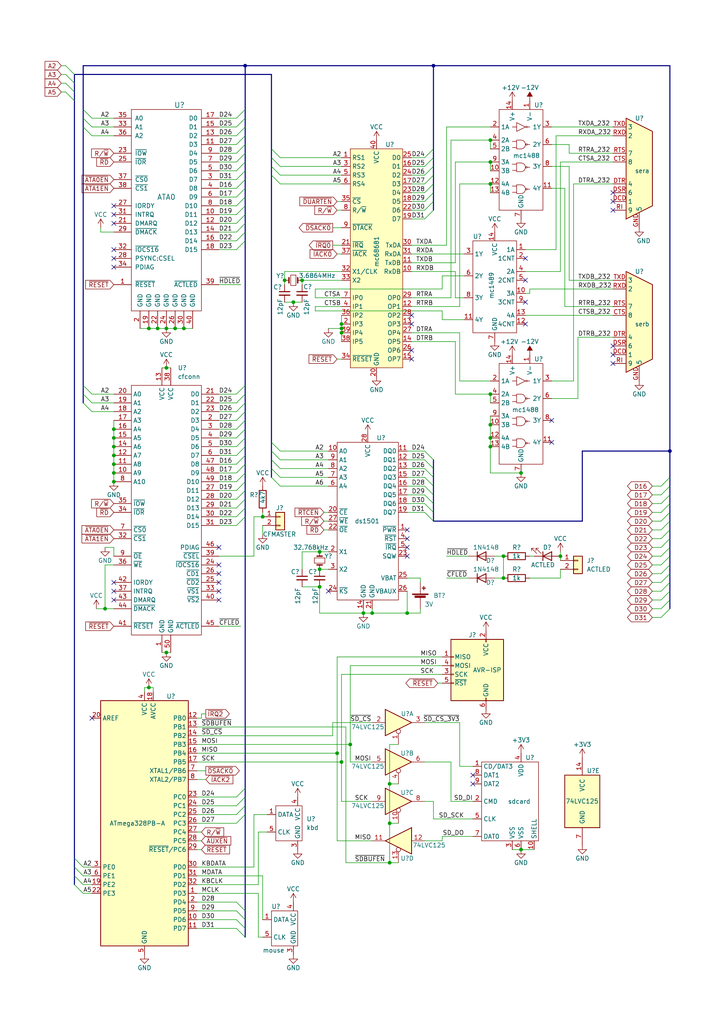
<source format=kicad_sch>
(kicad_sch (version 20211123) (generator eeschema)
  (paper "A4" portrait)
  (title_block (title "68030 computer") (date "2022-02-04") (rev "1") (comment 1 "https://github.com/jtsiomb/m68kcomputer2") (comment 2 "Free hardware design - GNU General Public License v3") (comment 3 "Copyright (C) 2022 John Tsiombikas <nuclear@member.fsf.org>"))
  (junction (at 48.26 189.23))
  (junction (at 82.55 81.28))
  (junction (at 142.24 46.99))
  (junction (at 45.72 95.25))
  (junction (at 92.71 165.1))
  (junction (at 92.71 170.18))
  (junction (at 30.48 176.53))
  (junction (at 142.24 127))
  (junction (at 33.02 137.16))
  (junction (at 33.02 134.62))
  (junction (at 142.24 53.34))
  (junction (at 142.24 40.64))
  (junction (at 48.26 95.25))
  (junction (at 118.11 177.8))
  (junction (at 92.71 160.02))
  (junction (at 33.02 139.7))
  (junction (at 33.02 129.54))
  (junction (at 99.06 220.98))
  (junction (at 99.06 93.98))
  (junction (at 142.24 114.3))
  (junction (at 142.24 123.19))
  (junction (at 48.26 106.68))
  (junction (at 85.09 87.63))
  (junction (at 43.18 199.39))
  (junction (at 33.02 127))
  (junction (at 43.18 95.25))
  (junction (at 99.06 95.25))
  (junction (at 142.24 129.54))
  (junction (at 146.05 167.64))
  (junction (at 162.56 161.29))
  (junction (at 87.63 81.28))
  (junction (at 53.34 95.25))
  (junction (at 97.79 218.44))
  (junction (at 151.13 246.38))
  (junction (at 99.06 96.52))
  (junction (at 33.02 132.08))
  (junction (at 125.73 19.05))
  (junction (at 194.31 130.81))
  (junction (at 146.05 161.29))
  (junction (at 50.8 95.25))
  (junction (at 107.95 177.8))
  (junction (at 113.03 238.76))
  (junction (at 71.12 19.05))
  (junction (at 113.03 250.19))
  (junction (at 113.03 227.33))
  (junction (at 76.2 149.86))
  (junction (at 105.41 177.8))
  (junction (at 151.13 137.16))
  (junction (at 101.6 215.9))
  (junction (at 33.02 124.46))
  (no_connect (at 177.8 100.33))
  (no_connect (at 33.02 168.91))
  (no_connect (at 177.8 60.96))
  (no_connect (at 137.16 227.33))
  (no_connect (at 33.02 59.69))
  (no_connect (at 119.38 91.44))
  (no_connect (at 63.5 158.75))
  (no_connect (at 63.5 168.91))
  (no_connect (at 160.02 128.27))
  (no_connect (at 95.25 171.45))
  (no_connect (at 152.4 87.63))
  (no_connect (at 33.02 64.77))
  (no_connect (at 33.02 77.47))
  (no_connect (at 152.4 81.28))
  (no_connect (at 63.5 163.83))
  (no_connect (at 63.5 173.99))
  (no_connect (at 63.5 171.45))
  (no_connect (at 33.02 62.23))
  (no_connect (at 33.02 74.93))
  (no_connect (at 118.11 153.67))
  (no_connect (at 177.8 102.87))
  (no_connect (at 177.8 58.42))
  (no_connect (at 152.4 74.93))
  (no_connect (at 118.11 158.75))
  (no_connect (at 177.8 105.41))
  (no_connect (at 63.5 166.37))
  (no_connect (at 119.38 93.98))
  (no_connect (at 118.11 161.29))
  (no_connect (at 119.38 101.6))
  (no_connect (at 152.4 93.98))
  (no_connect (at 137.16 224.79))
  (no_connect (at 177.8 55.88))
  (no_connect (at 118.11 156.21))
  (no_connect (at 26.67 208.28))
  (no_connect (at 119.38 104.14))
  (no_connect (at 33.02 72.39))
  (no_connect (at 160.02 121.92))
  (no_connect (at 33.02 171.45))
  (no_connect (at 33.02 173.99))
  (bus_entry (at 123.19 140.97) (size 2.54 2.54))
  (bus_entry (at 68.58 34.29) (size 2.54 -2.54))
  (bus_entry (at 19.05 26.67) (size 2.54 2.54))
  (bus_entry (at 68.58 52.07) (size 2.54 -2.54))
  (bus_entry (at 123.19 53.34) (size 2.54 -2.54))
  (bus_entry (at 24.13 116.84) (size 2.54 2.54))
  (bus_entry (at 123.19 133.35) (size 2.54 2.54))
  (bus_entry (at 68.58 36.83) (size 2.54 -2.54))
  (bus_entry (at 191.77 171.45) (size 2.54 -2.54))
  (bus_entry (at 68.58 144.78) (size 2.54 -2.54))
  (bus_entry (at 68.58 149.86) (size 2.54 -2.54))
  (bus_entry (at 68.58 238.76) (size 2.54 -2.54))
  (bus_entry (at 191.77 153.67) (size 2.54 -2.54))
  (bus_entry (at 68.58 152.4) (size 2.54 -2.54))
  (bus_entry (at 191.77 151.13) (size 2.54 -2.54))
  (bus_entry (at 21.59 254) (size 2.54 2.54))
  (bus_entry (at 78.74 138.43) (size 2.54 2.54))
  (bus_entry (at 68.58 261.62) (size 2.54 2.54))
  (bus_entry (at 68.58 269.24) (size 2.54 2.54))
  (bus_entry (at 123.19 50.8) (size 2.54 -2.54))
  (bus_entry (at 19.05 24.13) (size 2.54 2.54))
  (bus_entry (at 68.58 132.08) (size 2.54 -2.54))
  (bus_entry (at 68.58 59.69) (size 2.54 -2.54))
  (bus_entry (at 68.58 41.91) (size 2.54 -2.54))
  (bus_entry (at 68.58 116.84) (size 2.54 -2.54))
  (bus_entry (at 68.58 264.16) (size 2.54 2.54))
  (bus_entry (at 78.74 45.72) (size 2.54 2.54))
  (bus_entry (at 191.77 166.37) (size 2.54 -2.54))
  (bus_entry (at 191.77 173.99) (size 2.54 -2.54))
  (bus_entry (at 191.77 179.07) (size 2.54 -2.54))
  (bus_entry (at 24.13 111.76) (size 2.54 2.54))
  (bus_entry (at 68.58 67.31) (size 2.54 -2.54))
  (bus_entry (at 68.58 137.16) (size 2.54 -2.54))
  (bus_entry (at 78.74 128.27) (size 2.54 2.54))
  (bus_entry (at 21.59 256.54) (size 2.54 2.54))
  (bus_entry (at 191.77 156.21) (size 2.54 -2.54))
  (bus_entry (at 191.77 168.91) (size 2.54 -2.54))
  (bus_entry (at 68.58 127) (size 2.54 -2.54))
  (bus_entry (at 123.19 60.96) (size 2.54 -2.54))
  (bus_entry (at 123.19 55.88) (size 2.54 -2.54))
  (bus_entry (at 123.19 63.5) (size 2.54 -2.54))
  (bus_entry (at 68.58 49.53) (size 2.54 -2.54))
  (bus_entry (at 191.77 143.51) (size 2.54 -2.54))
  (bus_entry (at 24.13 114.3) (size 2.54 2.54))
  (bus_entry (at 21.59 251.46) (size 2.54 2.54))
  (bus_entry (at 68.58 72.39) (size 2.54 -2.54))
  (bus_entry (at 191.77 148.59) (size 2.54 -2.54))
  (bus_entry (at 68.58 39.37) (size 2.54 -2.54))
  (bus_entry (at 123.19 135.89) (size 2.54 2.54))
  (bus_entry (at 68.58 266.7) (size 2.54 2.54))
  (bus_entry (at 68.58 139.7) (size 2.54 -2.54))
  (bus_entry (at 123.19 45.72) (size 2.54 -2.54))
  (bus_entry (at 78.74 48.26) (size 2.54 2.54))
  (bus_entry (at 19.05 21.59) (size 2.54 2.54))
  (bus_entry (at 78.74 133.35) (size 2.54 2.54))
  (bus_entry (at 68.58 119.38) (size 2.54 -2.54))
  (bus_entry (at 78.74 50.8) (size 2.54 2.54))
  (bus_entry (at 191.77 176.53) (size 2.54 -2.54))
  (bus_entry (at 191.77 161.29) (size 2.54 -2.54))
  (bus_entry (at 123.19 148.59) (size 2.54 2.54))
  (bus_entry (at 78.74 130.81) (size 2.54 2.54))
  (bus_entry (at 123.19 143.51) (size 2.54 2.54))
  (bus_entry (at 24.13 36.83) (size 2.54 2.54))
  (bus_entry (at 68.58 124.46) (size 2.54 -2.54))
  (bus_entry (at 68.58 62.23) (size 2.54 -2.54))
  (bus_entry (at 78.74 135.89) (size 2.54 2.54))
  (bus_entry (at 123.19 48.26) (size 2.54 -2.54))
  (bus_entry (at 68.58 134.62) (size 2.54 -2.54))
  (bus_entry (at 68.58 114.3) (size 2.54 -2.54))
  (bus_entry (at 68.58 231.14) (size 2.54 -2.54))
  (bus_entry (at 68.58 236.22) (size 2.54 -2.54))
  (bus_entry (at 68.58 46.99) (size 2.54 -2.54))
  (bus_entry (at 68.58 54.61) (size 2.54 -2.54))
  (bus_entry (at 68.58 129.54) (size 2.54 -2.54))
  (bus_entry (at 19.05 19.05) (size 2.54 2.54))
  (bus_entry (at 123.19 138.43) (size 2.54 2.54))
  (bus_entry (at 68.58 147.32) (size 2.54 -2.54))
  (bus_entry (at 123.19 130.81) (size 2.54 2.54))
  (bus_entry (at 68.58 44.45) (size 2.54 -2.54))
  (bus_entry (at 68.58 57.15) (size 2.54 -2.54))
  (bus_entry (at 191.77 146.05) (size 2.54 -2.54))
  (bus_entry (at 68.58 121.92) (size 2.54 -2.54))
  (bus_entry (at 68.58 142.24) (size 2.54 -2.54))
  (bus_entry (at 24.13 31.75) (size 2.54 2.54))
  (bus_entry (at 191.77 140.97) (size 2.54 -2.54))
  (bus_entry (at 68.58 233.68) (size 2.54 -2.54))
  (bus_entry (at 68.58 69.85) (size 2.54 -2.54))
  (bus_entry (at 123.19 146.05) (size 2.54 2.54))
  (bus_entry (at 24.13 34.29) (size 2.54 2.54))
  (bus_entry (at 68.58 64.77) (size 2.54 -2.54))
  (bus_entry (at 123.19 58.42) (size 2.54 -2.54))
  (bus_entry (at 21.59 248.92) (size 2.54 2.54))
  (bus_entry (at 191.77 163.83) (size 2.54 -2.54))
  (bus_entry (at 191.77 158.75) (size 2.54 -2.54))
  (bus_entry (at 78.74 43.18) (size 2.54 2.54))
  (wire (pts (xy 118.11 130.81) (xy 123.19 130.81)))
  (wire (pts (xy 160.02 36.83) (xy 177.8 36.83)))
  (wire (pts (xy 130.81 232.41) (xy 137.16 232.41)))
  (wire (pts (xy 81.28 138.43) (xy 95.25 138.43)))
  (wire (pts (xy 113.03 238.76) (xy 115.57 238.76)))
  (wire (pts (xy 33.02 158.75) (xy 33.02 161.29)))
  (bus (pts (xy 168.91 130.81) (xy 194.31 130.81)))
  (wire (pts (xy 189.23 179.07) (xy 191.77 179.07)))
  (wire (pts (xy 160.02 48.26) (xy 165.1 48.26)))
  (bus (pts (xy 194.31 143.51) (xy 194.31 146.05)))
  (wire (pts (xy 160.02 41.91) (xy 165.1 41.91)))
  (wire (pts (xy 57.15 264.16) (xy 68.58 264.16)))
  (bus (pts (xy 194.31 148.59) (xy 194.31 151.13)))
  (bus (pts (xy 71.12 142.24) (xy 71.12 144.78)))
  (wire (pts (xy 130.81 40.64) (xy 142.24 40.64)))
  (wire (pts (xy 113.03 250.19) (xy 115.57 250.19)))
  (wire (pts (xy 132.08 86.36) (xy 132.08 78.74)))
  (wire (pts (xy 41.91 200.66) (xy 41.91 199.39)))
  (wire (pts (xy 162.56 46.99) (xy 162.56 78.74)))
  (wire (pts (xy 142.24 137.16) (xy 151.13 137.16)))
  (wire (pts (xy 87.63 170.18) (xy 92.71 170.18)))
  (wire (pts (xy 101.6 193.04) (xy 101.6 215.9)))
  (wire (pts (xy 189.23 158.75) (xy 191.77 158.75)))
  (wire (pts (xy 57.15 246.38) (xy 58.42 246.38)))
  (wire (pts (xy 63.5 181.61) (xy 69.85 181.61)))
  (wire (pts (xy 113.03 227.33) (xy 115.57 227.33)))
  (wire (pts (xy 133.35 96.52) (xy 133.35 110.49)))
  (wire (pts (xy 133.35 53.34) (xy 142.24 53.34)))
  (wire (pts (xy 160.02 110.49) (xy 166.37 110.49)))
  (wire (pts (xy 30.48 158.75) (xy 33.02 158.75)))
  (wire (pts (xy 63.5 44.45) (xy 68.58 44.45)))
  (wire (pts (xy 57.15 256.54) (xy 74.93 256.54)))
  (wire (pts (xy 24.13 254) (xy 26.67 254)))
  (wire (pts (xy 63.5 67.31) (xy 68.58 67.31)))
  (wire (pts (xy 76.2 152.4) (xy 76.2 154.94)))
  (wire (pts (xy 97.79 243.84) (xy 107.95 243.84)))
  (wire (pts (xy 63.5 149.86) (xy 68.58 149.86)))
  (wire (pts (xy 97.79 218.44) (xy 97.79 243.84)))
  (wire (pts (xy 45.72 95.25) (xy 48.26 95.25)))
  (bus (pts (xy 125.73 58.42) (xy 125.73 55.88)))
  (bus (pts (xy 194.31 171.45) (xy 194.31 173.99)))
  (wire (pts (xy 63.5 137.16) (xy 68.58 137.16)))
  (wire (pts (xy 162.56 78.74) (xy 152.4 78.74)))
  (bus (pts (xy 194.31 163.83) (xy 194.31 166.37)))
  (wire (pts (xy 81.28 45.72) (xy 99.06 45.72)))
  (wire (pts (xy 63.5 144.78) (xy 68.58 144.78)))
  (bus (pts (xy 125.73 148.59) (xy 125.73 146.05)))
  (wire (pts (xy 123.19 209.55) (xy 133.35 209.55)))
  (wire (pts (xy 166.37 53.34) (xy 177.8 53.34)))
  (wire (pts (xy 153.67 167.64) (xy 162.56 167.64)))
  (wire (pts (xy 128.27 243.84) (xy 123.19 243.84)))
  (bus (pts (xy 71.12 228.6) (xy 71.12 231.14)))
  (wire (pts (xy 133.35 209.55) (xy 133.35 222.25)))
  (wire (pts (xy 91.44 83.82) (xy 91.44 86.36)))
  (wire (pts (xy 100.33 210.82) (xy 100.33 250.19)))
  (wire (pts (xy 95.25 95.25) (xy 99.06 95.25)))
  (wire (pts (xy 33.02 137.16) (xy 33.02 139.7)))
  (wire (pts (xy 132.08 78.74) (xy 119.38 78.74)))
  (bus (pts (xy 71.12 44.45) (xy 71.12 46.99)))
  (bus (pts (xy 194.31 130.81) (xy 194.31 138.43)))
  (wire (pts (xy 48.26 106.68) (xy 49.53 106.68)))
  (wire (pts (xy 119.38 88.9) (xy 133.35 88.9)))
  (wire (pts (xy 63.5 134.62) (xy 68.58 134.62)))
  (wire (pts (xy 99.06 93.98) (xy 99.06 95.25)))
  (wire (pts (xy 87.63 160.02) (xy 87.63 165.1)))
  (wire (pts (xy 57.15 261.62) (xy 68.58 261.62)))
  (bus (pts (xy 125.73 138.43) (xy 125.73 135.89)))
  (bus (pts (xy 71.12 119.38) (xy 71.12 121.92)))
  (wire (pts (xy 119.38 86.36) (xy 130.81 86.36)))
  (wire (pts (xy 24.13 251.46) (xy 26.67 251.46)))
  (wire (pts (xy 165.1 48.26) (xy 165.1 81.28)))
  (wire (pts (xy 41.91 199.39) (xy 43.18 199.39)))
  (wire (pts (xy 57.15 210.82) (xy 100.33 210.82)))
  (bus (pts (xy 194.31 19.05) (xy 125.73 19.05)))
  (wire (pts (xy 189.23 143.51) (xy 191.77 143.51)))
  (bus (pts (xy 71.12 57.15) (xy 71.12 59.69)))
  (wire (pts (xy 189.23 156.21) (xy 191.77 156.21)))
  (wire (pts (xy 129.54 161.29) (xy 135.89 161.29)))
  (bus (pts (xy 125.73 60.96) (xy 125.73 58.42)))
  (wire (pts (xy 142.24 53.34) (xy 142.24 55.88)))
  (bus (pts (xy 71.12 59.69) (xy 71.12 62.23)))
  (wire (pts (xy 99.06 220.98) (xy 99.06 232.41)))
  (wire (pts (xy 17.78 19.05) (xy 19.05 19.05)))
  (bus (pts (xy 78.74 48.26) (xy 78.74 50.8)))
  (wire (pts (xy 26.67 34.29) (xy 33.02 34.29)))
  (wire (pts (xy 189.23 163.83) (xy 191.77 163.83)))
  (bus (pts (xy 71.12 121.92) (xy 71.12 124.46)))
  (bus (pts (xy 71.12 49.53) (xy 71.12 52.07)))
  (wire (pts (xy 33.02 132.08) (xy 33.02 134.62)))
  (wire (pts (xy 63.5 114.3) (xy 68.58 114.3)))
  (wire (pts (xy 162.56 160.02) (xy 162.56 161.29)))
  (wire (pts (xy 128.27 198.12) (xy 127 198.12)))
  (wire (pts (xy 92.71 170.18) (xy 92.71 177.8)))
  (wire (pts (xy 33.02 67.31) (xy 29.21 67.31)))
  (bus (pts (xy 125.73 50.8) (xy 125.73 48.26)))
  (bus (pts (xy 21.59 254) (xy 21.59 251.46)))
  (wire (pts (xy 128.27 83.82) (xy 91.44 83.82)))
  (wire (pts (xy 63.5 142.24) (xy 68.58 142.24)))
  (bus (pts (xy 125.73 146.05) (xy 125.73 143.51)))
  (wire (pts (xy 129.54 71.12) (xy 129.54 36.83)))
  (wire (pts (xy 93.98 148.59) (xy 95.25 148.59)))
  (wire (pts (xy 81.28 140.97) (xy 95.25 140.97)))
  (bus (pts (xy 125.73 151.13) (xy 168.91 151.13)))
  (wire (pts (xy 132.08 46.99) (xy 142.24 46.99)))
  (wire (pts (xy 151.13 246.38) (xy 154.94 246.38)))
  (wire (pts (xy 26.67 116.84) (xy 33.02 116.84)))
  (wire (pts (xy 189.23 146.05) (xy 191.77 146.05)))
  (wire (pts (xy 63.5 129.54) (xy 68.58 129.54)))
  (wire (pts (xy 142.24 123.19) (xy 142.24 127)))
  (bus (pts (xy 194.31 161.29) (xy 194.31 163.83)))
  (bus (pts (xy 125.73 143.51) (xy 125.73 140.97)))
  (wire (pts (xy 125.73 232.41) (xy 125.73 237.49)))
  (wire (pts (xy 81.28 53.34) (xy 99.06 53.34)))
  (wire (pts (xy 142.24 120.65) (xy 142.24 123.19)))
  (wire (pts (xy 63.5 82.55) (xy 69.85 82.55)))
  (bus (pts (xy 194.31 158.75) (xy 194.31 161.29)))
  (bus (pts (xy 24.13 114.3) (xy 24.13 116.84)))
  (wire (pts (xy 96.52 213.36) (xy 96.52 209.55)))
  (wire (pts (xy 91.44 86.36) (xy 99.06 86.36)))
  (wire (pts (xy 81.28 48.26) (xy 99.06 48.26)))
  (bus (pts (xy 21.59 21.59) (xy 21.59 24.13)))
  (wire (pts (xy 133.35 222.25) (xy 137.16 222.25)))
  (bus (pts (xy 71.12 137.16) (xy 71.12 139.7)))
  (wire (pts (xy 134.62 80.01) (xy 128.27 80.01)))
  (wire (pts (xy 143.51 161.29) (xy 146.05 161.29)))
  (bus (pts (xy 24.13 34.29) (xy 24.13 36.83)))
  (wire (pts (xy 118.11 148.59) (xy 123.19 148.59)))
  (wire (pts (xy 46.99 106.68) (xy 48.26 106.68)))
  (wire (pts (xy 119.38 60.96) (xy 123.19 60.96)))
  (wire (pts (xy 121.92 176.53) (xy 121.92 177.8)))
  (wire (pts (xy 133.35 88.9) (xy 133.35 53.34)))
  (wire (pts (xy 167.64 115.57) (xy 167.64 97.79)))
  (wire (pts (xy 85.09 87.63) (xy 87.63 87.63)))
  (bus (pts (xy 71.12 67.31) (xy 71.12 69.85)))
  (bus (pts (xy 125.73 19.05) (xy 71.12 19.05)))
  (wire (pts (xy 105.41 177.8) (xy 107.95 177.8)))
  (wire (pts (xy 129.54 36.83) (xy 142.24 36.83)))
  (wire (pts (xy 189.23 151.13) (xy 191.77 151.13)))
  (wire (pts (xy 152.4 91.44) (xy 177.8 91.44)))
  (wire (pts (xy 63.5 119.38) (xy 68.58 119.38)))
  (bus (pts (xy 194.31 166.37) (xy 194.31 168.91)))
  (wire (pts (xy 24.13 259.08) (xy 26.67 259.08)))
  (wire (pts (xy 119.38 76.2) (xy 132.08 76.2)))
  (wire (pts (xy 189.23 153.67) (xy 191.77 153.67)))
  (wire (pts (xy 118.11 138.43) (xy 123.19 138.43)))
  (wire (pts (xy 57.15 218.44) (xy 97.79 218.44)))
  (wire (pts (xy 130.81 220.98) (xy 130.81 232.41)))
  (wire (pts (xy 99.06 96.52) (xy 99.06 99.06)))
  (wire (pts (xy 63.5 54.61) (xy 68.58 54.61)))
  (wire (pts (xy 189.23 148.59) (xy 191.77 148.59)))
  (wire (pts (xy 99.06 195.58) (xy 99.06 220.98)))
  (wire (pts (xy 148.59 246.38) (xy 151.13 246.38)))
  (bus (pts (xy 194.31 153.67) (xy 194.31 156.21)))
  (wire (pts (xy 165.1 81.28) (xy 177.8 81.28)))
  (wire (pts (xy 189.23 173.99) (xy 191.77 173.99)))
  (wire (pts (xy 165.1 44.45) (xy 177.8 44.45)))
  (wire (pts (xy 30.48 176.53) (xy 33.02 176.53)))
  (bus (pts (xy 125.73 55.88) (xy 125.73 53.34)))
  (wire (pts (xy 107.95 177.8) (xy 118.11 177.8)))
  (wire (pts (xy 101.6 193.04) (xy 128.27 193.04)))
  (bus (pts (xy 125.73 151.13) (xy 125.73 148.59)))
  (wire (pts (xy 63.5 72.39) (xy 68.58 72.39)))
  (wire (pts (xy 189.23 168.91) (xy 191.77 168.91)))
  (wire (pts (xy 76.2 254) (xy 76.2 266.7)))
  (wire (pts (xy 81.28 133.35) (xy 95.25 133.35)))
  (wire (pts (xy 91.44 88.9) (xy 91.44 90.17)))
  (wire (pts (xy 57.15 243.84) (xy 58.42 243.84)))
  (wire (pts (xy 63.5 57.15) (xy 68.58 57.15)))
  (bus (pts (xy 125.73 53.34) (xy 125.73 50.8)))
  (wire (pts (xy 57.15 241.3) (xy 58.42 241.3)))
  (wire (pts (xy 73.66 149.86) (xy 76.2 149.86)))
  (wire (pts (xy 115.57 215.9) (xy 113.03 215.9)))
  (wire (pts (xy 63.5 52.07) (xy 68.58 52.07)))
  (wire (pts (xy 33.02 124.46) (xy 33.02 127)))
  (wire (pts (xy 87.63 81.28) (xy 99.06 81.28)))
  (bus (pts (xy 24.13 19.05) (xy 24.13 31.75)))
  (wire (pts (xy 82.55 81.28) (xy 82.55 82.55)))
  (bus (pts (xy 71.12 269.24) (xy 71.12 271.78)))
  (wire (pts (xy 92.71 165.1) (xy 95.25 165.1)))
  (wire (pts (xy 63.5 139.7) (xy 68.58 139.7)))
  (wire (pts (xy 82.55 87.63) (xy 85.09 87.63)))
  (wire (pts (xy 57.15 259.08) (xy 74.93 259.08)))
  (bus (pts (xy 78.74 21.59) (xy 21.59 21.59)))
  (wire (pts (xy 99.06 195.58) (xy 128.27 195.58)))
  (wire (pts (xy 146.05 167.64) (xy 143.51 167.64)))
  (bus (pts (xy 71.12 39.37) (xy 71.12 41.91)))
  (wire (pts (xy 50.8 95.25) (xy 53.34 95.25)))
  (bus (pts (xy 78.74 50.8) (xy 78.74 128.27)))
  (wire (pts (xy 118.11 135.89) (xy 123.19 135.89)))
  (wire (pts (xy 63.5 62.23) (xy 68.58 62.23)))
  (wire (pts (xy 129.54 167.64) (xy 135.89 167.64)))
  (wire (pts (xy 119.38 71.12) (xy 129.54 71.12)))
  (bus (pts (xy 71.12 124.46) (xy 71.12 127)))
  (wire (pts (xy 57.15 254) (xy 76.2 254)))
  (wire (pts (xy 119.38 73.66) (xy 134.62 73.66)))
  (bus (pts (xy 71.12 19.05) (xy 71.12 31.75)))
  (wire (pts (xy 99.06 95.25) (xy 99.06 96.52)))
  (wire (pts (xy 177.8 39.37) (xy 161.29 39.37)))
  (wire (pts (xy 57.15 208.28) (xy 58.42 208.28)))
  (wire (pts (xy 26.67 114.3) (xy 33.02 114.3)))
  (bus (pts (xy 78.74 21.59) (xy 78.74 43.18)))
  (bus (pts (xy 71.12 149.86) (xy 71.12 228.6)))
  (wire (pts (xy 97.79 104.14) (xy 99.06 104.14)))
  (wire (pts (xy 101.6 220.98) (xy 107.95 220.98)))
  (wire (pts (xy 154.94 161.29) (xy 153.67 161.29)))
  (bus (pts (xy 78.74 128.27) (xy 78.74 130.81)))
  (wire (pts (xy 97.79 190.5) (xy 128.27 190.5)))
  (wire (pts (xy 53.34 95.25) (xy 55.88 95.25)))
  (wire (pts (xy 166.37 110.49) (xy 166.37 53.34)))
  (bus (pts (xy 71.12 54.61) (xy 71.12 57.15)))
  (bus (pts (xy 21.59 256.54) (xy 21.59 254)))
  (bus (pts (xy 71.12 147.32) (xy 71.12 149.86)))
  (bus (pts (xy 194.31 146.05) (xy 194.31 148.59)))
  (wire (pts (xy 57.15 236.22) (xy 68.58 236.22)))
  (bus (pts (xy 194.31 151.13) (xy 194.31 153.67)))
  (wire (pts (xy 73.66 161.29) (xy 73.66 149.86)))
  (wire (pts (xy 24.13 256.54) (xy 26.67 256.54)))
  (wire (pts (xy 43.18 95.25) (xy 45.72 95.25)))
  (wire (pts (xy 33.02 121.92) (xy 33.02 124.46)))
  (bus (pts (xy 78.74 45.72) (xy 78.74 48.26)))
  (bus (pts (xy 71.12 233.68) (xy 71.12 236.22)))
  (bus (pts (xy 194.31 173.99) (xy 194.31 176.53)))
  (wire (pts (xy 121.92 168.91) (xy 121.92 167.64)))
  (wire (pts (xy 92.71 160.02) (xy 95.25 160.02)))
  (wire (pts (xy 57.15 213.36) (xy 96.52 213.36)))
  (bus (pts (xy 71.12 69.85) (xy 71.12 111.76)))
  (wire (pts (xy 81.28 135.89) (xy 95.25 135.89)))
  (wire (pts (xy 63.5 59.69) (xy 68.58 59.69)))
  (wire (pts (xy 57.15 233.68) (xy 68.58 233.68)))
  (wire (pts (xy 96.52 71.12) (xy 99.06 71.12)))
  (wire (pts (xy 96.52 209.55) (xy 107.95 209.55)))
  (wire (pts (xy 128.27 242.57) (xy 137.16 242.57)))
  (wire (pts (xy 162.56 167.64) (xy 162.56 165.1)))
  (wire (pts (xy 142.24 40.64) (xy 142.24 43.18)))
  (bus (pts (xy 194.31 19.05) (xy 194.31 130.81)))
  (wire (pts (xy 113.03 238.76) (xy 113.03 250.19)))
  (bus (pts (xy 78.74 43.18) (xy 78.74 45.72)))
  (wire (pts (xy 74.93 256.54) (xy 74.93 241.3)))
  (wire (pts (xy 17.78 21.59) (xy 19.05 21.59)))
  (wire (pts (xy 130.81 86.36) (xy 130.81 40.64)))
  (wire (pts (xy 128.27 80.01) (xy 128.27 83.82)))
  (bus (pts (xy 71.12 52.07) (xy 71.12 54.61)))
  (wire (pts (xy 63.5 152.4) (xy 68.58 152.4)))
  (wire (pts (xy 165.1 41.91) (xy 165.1 44.45)))
  (wire (pts (xy 92.71 160.02) (xy 87.63 160.02)))
  (wire (pts (xy 33.02 163.83) (xy 30.48 163.83)))
  (wire (pts (xy 17.78 24.13) (xy 19.05 24.13)))
  (wire (pts (xy 125.73 237.49) (xy 137.16 237.49)))
  (wire (pts (xy 99.06 91.44) (xy 99.06 93.98)))
  (wire (pts (xy 189.23 161.29) (xy 191.77 161.29)))
  (wire (pts (xy 73.66 251.46) (xy 73.66 236.22)))
  (wire (pts (xy 161.29 72.39) (xy 152.4 72.39)))
  (wire (pts (xy 167.64 97.79) (xy 177.8 97.79)))
  (wire (pts (xy 63.5 161.29) (xy 73.66 161.29)))
  (wire (pts (xy 48.26 95.25) (xy 50.8 95.25)))
  (wire (pts (xy 27.94 176.53) (xy 30.48 176.53)))
  (bus (pts (xy 125.73 45.72) (xy 125.73 43.18)))
  (wire (pts (xy 57.15 220.98) (xy 99.06 220.98)))
  (wire (pts (xy 63.5 39.37) (xy 68.58 39.37)))
  (wire (pts (xy 63.5 49.53) (xy 68.58 49.53)))
  (wire (pts (xy 97.79 73.66) (xy 99.06 73.66)))
  (wire (pts (xy 99.06 232.41) (xy 107.95 232.41)))
  (wire (pts (xy 97.79 58.42) (xy 99.06 58.42)))
  (wire (pts (xy 160.02 115.57) (xy 167.64 115.57)))
  (wire (pts (xy 48.26 189.23) (xy 49.53 189.23)))
  (bus (pts (xy 24.13 36.83) (xy 24.13 111.76)))
  (wire (pts (xy 63.5 127) (xy 68.58 127)))
  (bus (pts (xy 71.12 19.05) (xy 24.13 19.05)))
  (wire (pts (xy 26.67 119.38) (xy 33.02 119.38)))
  (wire (pts (xy 73.66 236.22) (xy 77.47 236.22)))
  (bus (pts (xy 21.59 251.46) (xy 21.59 248.92)))
  (bus (pts (xy 194.31 156.21) (xy 194.31 158.75)))
  (wire (pts (xy 133.35 110.49) (xy 142.24 110.49)))
  (wire (pts (xy 128.27 90.17) (xy 128.27 92.71)))
  (wire (pts (xy 63.5 69.85) (xy 68.58 69.85)))
  (wire (pts (xy 93.98 153.67) (xy 95.25 153.67)))
  (bus (pts (xy 21.59 24.13) (xy 21.59 26.67)))
  (wire (pts (xy 76.2 148.59) (xy 76.2 149.86)))
  (wire (pts (xy 91.44 90.17) (xy 128.27 90.17)))
  (wire (pts (xy 74.93 241.3) (xy 77.47 241.3)))
  (wire (pts (xy 57.15 223.52) (xy 59.69 223.52)))
  (wire (pts (xy 63.5 124.46) (xy 68.58 124.46)))
  (wire (pts (xy 118.11 146.05) (xy 123.19 146.05)))
  (wire (pts (xy 119.38 99.06) (xy 132.08 99.06)))
  (wire (pts (xy 81.28 50.8) (xy 99.06 50.8)))
  (bus (pts (xy 125.73 19.05) (xy 125.73 43.18)))
  (wire (pts (xy 132.08 99.06) (xy 132.08 114.3)))
  (wire (pts (xy 161.29 39.37) (xy 161.29 72.39)))
  (wire (pts (xy 142.24 114.3) (xy 142.24 116.84)))
  (wire (pts (xy 33.02 129.54) (xy 33.02 132.08)))
  (wire (pts (xy 63.5 64.77) (xy 68.58 64.77)))
  (bus (pts (xy 71.12 266.7) (xy 71.12 269.24)))
  (wire (pts (xy 142.24 127) (xy 142.24 129.54)))
  (wire (pts (xy 101.6 215.9) (xy 101.6 220.98)))
  (bus (pts (xy 71.12 64.77) (xy 71.12 67.31)))
  (wire (pts (xy 163.83 54.61) (xy 163.83 88.9)))
  (wire (pts (xy 121.92 167.64) (xy 118.11 167.64)))
  (wire (pts (xy 107.95 177.8) (xy 107.95 176.53)))
  (wire (pts (xy 63.5 121.92) (xy 68.58 121.92)))
  (wire (pts (xy 63.5 116.84) (xy 68.58 116.84)))
  (wire (pts (xy 82.55 78.74) (xy 82.55 81.28)))
  (wire (pts (xy 17.78 26.67) (xy 19.05 26.67)))
  (wire (pts (xy 146.05 161.29) (xy 146.05 167.64)))
  (bus (pts (xy 71.12 62.23) (xy 71.12 64.77)))
  (wire (pts (xy 118.11 177.8) (xy 118.11 171.45)))
  (bus (pts (xy 71.12 36.83) (xy 71.12 39.37)))
  (bus (pts (xy 125.73 140.97) (xy 125.73 138.43)))
  (wire (pts (xy 97.79 190.5) (xy 97.79 218.44)))
  (bus (pts (xy 71.12 111.76) (xy 71.12 114.3)))
  (wire (pts (xy 93.98 151.13) (xy 95.25 151.13)))
  (wire (pts (xy 113.03 227.33) (xy 113.03 238.76)))
  (wire (pts (xy 105.41 176.53) (xy 105.41 177.8)))
  (wire (pts (xy 30.48 163.83) (xy 30.48 176.53)))
  (wire (pts (xy 63.5 34.29) (xy 68.58 34.29)))
  (wire (pts (xy 119.38 58.42) (xy 123.19 58.42)))
  (wire (pts (xy 100.33 250.19) (xy 113.03 250.19)))
  (bus (pts (xy 194.31 168.91) (xy 194.31 171.45)))
  (bus (pts (xy 194.31 140.97) (xy 194.31 143.51)))
  (wire (pts (xy 123.19 220.98) (xy 130.81 220.98)))
  (wire (pts (xy 132.08 114.3) (xy 142.24 114.3)))
  (wire (pts (xy 118.11 140.97) (xy 123.19 140.97)))
  (bus (pts (xy 71.12 46.99) (xy 71.12 49.53)))
  (wire (pts (xy 177.8 46.99) (xy 162.56 46.99)))
  (wire (pts (xy 99.06 78.74) (xy 82.55 78.74)))
  (wire (pts (xy 119.38 48.26) (xy 123.19 48.26)))
  (wire (pts (xy 74.93 259.08) (xy 74.93 271.78)))
  (wire (pts (xy 96.52 66.04) (xy 99.06 66.04)))
  (wire (pts (xy 134.62 92.71) (xy 128.27 92.71)))
  (wire (pts (xy 162.56 161.29) (xy 162.56 162.56)))
  (bus (pts (xy 71.12 127) (xy 71.12 129.54)))
  (wire (pts (xy 121.92 177.8) (xy 118.11 177.8)))
  (wire (pts (xy 29.21 67.31) (xy 29.21 66.04)))
  (bus (pts (xy 71.12 114.3) (xy 71.12 116.84)))
  (wire (pts (xy 26.67 39.37) (xy 33.02 39.37)))
  (wire (pts (xy 189.23 176.53) (xy 191.77 176.53)))
  (wire (pts (xy 119.38 63.5) (xy 123.19 63.5)))
  (wire (pts (xy 33.02 127) (xy 33.02 129.54)))
  (bus (pts (xy 125.73 135.89) (xy 125.73 133.35)))
  (wire (pts (xy 63.5 36.83) (xy 68.58 36.83)))
  (bus (pts (xy 194.31 138.43) (xy 194.31 140.97)))
  (bus (pts (xy 71.12 231.14) (xy 71.12 233.68)))
  (wire (pts (xy 57.15 231.14) (xy 68.58 231.14)))
  (bus (pts (xy 24.13 31.75) (xy 24.13 34.29)))
  (wire (pts (xy 63.5 46.99) (xy 68.58 46.99)))
  (wire (pts (xy 128.27 242.57) (xy 128.27 243.84)))
  (wire (pts (xy 119.38 96.52) (xy 133.35 96.52)))
  (wire (pts (xy 118.11 143.51) (xy 123.19 143.51)))
  (wire (pts (xy 189.23 171.45) (xy 191.77 171.45)))
  (wire (pts (xy 113.03 215.9) (xy 113.03 227.33)))
  (wire (pts (xy 134.62 86.36) (xy 132.08 86.36)))
  (wire (pts (xy 87.63 81.28) (xy 87.63 82.55)))
  (wire (pts (xy 97.79 60.96) (xy 99.06 60.96)))
  (bus (pts (xy 21.59 26.67) (xy 21.59 29.21)))
  (bus (pts (xy 78.74 135.89) (xy 78.74 138.43)))
  (wire (pts (xy 63.5 147.32) (xy 68.58 147.32)))
  (bus (pts (xy 78.74 133.35) (xy 78.74 135.89)))
  (bus (pts (xy 71.12 132.08) (xy 71.12 134.62)))
  (wire (pts (xy 74.93 271.78) (xy 76.2 271.78)))
  (wire (pts (xy 91.44 88.9) (xy 99.06 88.9)))
  (wire (pts (xy 57.15 266.7) (xy 68.58 266.7)))
  (wire (pts (xy 57.15 215.9) (xy 101.6 215.9)))
  (wire (pts (xy 132.08 76.2) (xy 132.08 46.99)))
  (wire (pts (xy 119.38 45.72) (xy 123.19 45.72)))
  (wire (pts (xy 123.19 232.41) (xy 125.73 232.41)))
  (bus (pts (xy 21.59 29.21) (xy 21.59 248.92)))
  (bus (pts (xy 71.12 41.91) (xy 71.12 44.45)))
  (wire (pts (xy 26.67 36.83) (xy 33.02 36.83)))
  (bus (pts (xy 24.13 111.76) (xy 24.13 114.3)))
  (wire (pts (xy 44.45 199.39) (xy 44.45 200.66)))
  (bus (pts (xy 71.12 134.62) (xy 71.12 137.16)))
  (wire (pts (xy 163.83 88.9) (xy 177.8 88.9)))
  (bus (pts (xy 168.91 151.13) (xy 168.91 130.81)))
  (wire (pts (xy 63.5 132.08) (xy 68.58 132.08)))
  (wire (pts (xy 142.24 129.54) (xy 142.24 137.16)))
  (wire (pts (xy 119.38 50.8) (xy 123.19 50.8)))
  (bus (pts (xy 71.12 264.16) (xy 71.12 266.7)))
  (wire (pts (xy 63.5 41.91) (xy 68.58 41.91)))
  (bus (pts (xy 71.12 139.7) (xy 71.12 142.24)))
  (bus (pts (xy 71.12 236.22) (xy 71.12 264.16)))
  (wire (pts (xy 81.28 130.81) (xy 95.25 130.81)))
  (wire (pts (xy 57.15 226.06) (xy 59.69 226.06)))
  (wire (pts (xy 43.18 199.39) (xy 44.45 199.39)))
  (bus (pts (xy 78.74 130.81) (xy 78.74 133.35)))
  (wire (pts (xy 119.38 55.88) (xy 123.19 55.88)))
  (wire (pts (xy 177.8 83.82) (xy 153.67 83.82)))
  (wire (pts (xy 46.99 189.23) (xy 48.26 189.23)))
  (wire (pts (xy 57.15 251.46) (xy 73.66 251.46)))
  (bus (pts (xy 71.12 31.75) (xy 71.12 34.29)))
  (wire (pts (xy 119.38 53.34) (xy 123.19 53.34)))
  (wire (pts (xy 57.15 238.76) (xy 68.58 238.76)))
  (wire (pts (xy 58.42 207.01) (xy 59.69 207.01)))
  (bus (pts (xy 71.12 144.78) (xy 71.12 147.32)))
  (wire (pts (xy 189.23 140.97) (xy 191.77 140.97)))
  (wire (pts (xy 58.42 208.28) (xy 58.42 207.01)))
  (wire (pts (xy 57.15 269.24) (xy 68.58 269.24)))
  (wire (pts (xy 189.23 166.37) (xy 191.77 166.37)))
  (wire (pts (xy 92.71 177.8) (xy 105.41 177.8)))
  (wire (pts (xy 142.24 46.99) (xy 142.24 49.53)))
  (wire (pts (xy 153.67 83.82) (xy 153.67 85.09)))
  (wire (pts (xy 153.67 85.09) (xy 152.4 85.09)))
  (bus (pts (xy 71.12 129.54) (xy 71.12 132.08)))
  (bus (pts (xy 71.12 116.84) (xy 71.12 119.38)))
  (bus (pts (xy 125.73 48.26) (xy 125.73 45.72)))
  (wire (pts (xy 160.02 54.61) (xy 163.83 54.61)))
  (wire (pts (xy 40.64 95.25) (xy 43.18 95.25)))
  (wire (pts (xy 33.02 134.62) (xy 33.02 137.16)))
  (wire (pts (xy 118.11 133.35) (xy 123.19 133.35)))
  (bus (pts (xy 71.12 34.29) (xy 71.12 36.83)))
  (label "A6" (at 91.44 140.97 0))
  (label "D22" (at 63.5 149.86 0))
  (label "A5" (at 96.52 53.34 0))
  (label "~{CFLED}" (at 129.54 167.64 0))
  (label "D26" (at 119.38 50.8 0))
  (label "MCLK" (at 58.42 259.08 0))
  (label "TXDA" (at 120.65 71.12 0))
  (label "~{SD_CS_3V3}" (at 133.35 209.55 180))
  (label "D27" (at 58.42 238.76 0))
  (label "D18" (at 63.5 139.7 0))
  (label "D30" (at 63.5 49.53 0))
  (label "D28" (at 119.38 55.88 0))
  (label "A5" (at 24.13 259.08 0))
  (label "DTRB_232" (at 167.64 97.79 0))
  (label "D31" (at 119.38 63.5 0))
  (label "D23" (at 63.5 72.39 0))
  (label "RTRA" (at 120.65 86.36 0))
  (label "A3" (at 29.21 116.84 0))
  (label "D25" (at 63.5 36.83 0))
  (label "A4" (at 96.52 50.8 0))
  (label "D19" (at 63.5 62.23 0))
  (label "CTSA" (at 93.98 86.36 0))
  (label "DTRA" (at 120.65 96.52 0))
  (label "~{HDLED}" (at 129.54 161.29 0))
  (label "D27" (at 119.38 138.43 0))
  (label "A2" (at 24.13 251.46 0))
  (label "D24" (at 63.5 34.29 0))
  (label "D20" (at 63.5 144.78 0))
  (label "D27" (at 63.5 121.92 0))
  (label "D17" (at 63.5 57.15 0))
  (label "D28" (at 63.5 44.45 0))
  (label "D31" (at 63.5 52.07 0))
  (label "D25" (at 58.42 233.68 0))
  (label "A3" (at 24.13 254 0))
  (label "D25" (at 63.5 116.84 0))
  (label "D29" (at 63.5 127 0))
  (label "MISO" (at 102.87 243.84 0))
  (label "D28" (at 58.42 261.62 0))
  (label "A2" (at 29.21 114.3 0))
  (label "D31" (at 63.5 132.08 0))
  (label "D26" (at 63.5 39.37 0))
  (label "DTRB" (at 120.65 99.06 0))
  (label "D16" (at 63.5 54.61 0))
  (label "RTRB_232" (at 167.64 88.9 0))
  (label "SCK" (at 58.42 220.98 0))
  (label "D24" (at 58.42 231.14 0))
  (label "CTSB_232" (at 167.64 91.44 0))
  (label "DTRA_232" (at 167.64 53.34 0))
  (label "A4" (at 29.21 39.37 0))
  (label "TXDB_232" (at 167.64 81.28 0))
  (label "D24" (at 119.38 130.81 0))
  (label "D29" (at 58.42 264.16 0))
  (label "MOSI" (at 58.42 215.9 0))
  (label "D30" (at 58.42 266.7 0))
  (label "D28" (at 63.5 124.46 0))
  (label "SD_DI" (at 137.16 232.41 180))
  (label "TXDA_232" (at 167.64 36.83 0))
  (label "~{CFLED}" (at 63.5 181.61 0))
  (label "CTSA_232" (at 167.64 46.99 0))
  (label "A2" (at 29.21 34.29 0))
  (label "MDATA" (at 58.42 254 0))
  (label "RTRB" (at 120.65 88.9 0))
  (label "D30" (at 63.5 129.54 0))
  (label "MISO" (at 121.92 190.5 0))
  (label "CTSB" (at 93.98 88.9 0))
  (label "KBDATA" (at 58.42 251.46 0))
  (label "D19" (at 63.5 142.24 0))
  (label "D22" (at 63.5 69.85 0))
  (label "A3" (at 29.21 36.83 0))
  (label "D25" (at 119.38 133.35 0))
  (label "RXDB_232" (at 167.64 83.82 0))
  (label "D30" (at 119.38 60.96 0))
  (label "SD_DO" (at 134.62 242.57 180))
  (label "TXDB" (at 120.65 76.2 0))
  (label "~{SD_CS}" (at 101.6 209.55 0))
  (label "A4" (at 91.44 135.89 0))
  (label "A2" (at 96.52 45.72 0))
  (label "~{HDLED}" (at 63.5 82.55 0))
  (label "D27" (at 63.5 41.91 0))
  (label "A5" (at 91.44 138.43 0))
  (label "A3" (at 91.44 133.35 0))
  (label "D29" (at 119.38 58.42 0))
  (label "D23" (at 63.5 152.4 0))
  (label "RXDA" (at 120.65 73.66 0))
  (label "D29" (at 63.5 46.99 0))
  (label "RTRA_232" (at 167.64 44.45 0))
  (label "D30" (at 119.38 146.05 0))
  (label "~{SD_CS}" (at 58.42 213.36 0))
  (label "SCK" (at 102.87 232.41 0))
  (label "D28" (at 119.38 140.97 0))
  (label "D24" (at 119.38 45.72 0))
  (label "KBCLK" (at 58.42 256.54 0))
  (label "A3" (at 96.52 48.26 0))
  (label "SD_SCK" (at 134.62 237.49 180))
  (label "D25" (at 119.38 48.26 0))
  (label "~{SDBUFEN}" (at 58.42 210.82 0))
  (label "SCK" (at 121.92 195.58 0))
  (label "D26" (at 63.5 119.38 0))
  (label "D21" (at 63.5 147.32 0))
  (label "MOSI" (at 121.92 193.04 0))
  (label "A2" (at 91.44 130.81 0))
  (label "MOSI" (at 102.87 220.98 0))
  (label "D16" (at 63.5 134.62 0))
  (label "D31" (at 119.38 148.59 0))
  (label "A4" (at 29.21 119.38 0))
  (label "A4" (at 24.13 256.54 0))
  (label "D29" (at 119.38 143.51 0))
  (label "D27" (at 119.38 53.34 0))
  (label "D20" (at 63.5 64.77 0))
  (label "RXDB" (at 120.65 78.74 0))
  (label "~{SDBUFEN}" (at 102.87 250.19 0))
  (label "RXDA_232" (at 167.64 39.37 0))
  (label "D21" (at 63.5 67.31 0))
  (label "D31" (at 58.42 269.24 0))
  (label "D26" (at 119.38 135.89 0))
  (label "D26" (at 58.42 236.22 0))
  (label "D18" (at 63.5 59.69 0))
  (label "D17" (at 63.5 137.16 0))
  (label "MISO" (at 58.42 218.44 0))
  (label "D24" (at 63.5 114.3 0))
  (global_label "~{IACK2}" (shape input) (at 59.69 226.06 0) (property "Intersheet References" "${INTERSHEET_REFS}" (effects hide)))
  (global_label "A3" (shape input) (at 17.78 21.59 180) (property "Intersheet References" "${INTERSHEET_REFS}" (effects hide)))
  (global_label "~{DSACK0}" (shape output) (at 59.69 223.52 0) (property "Intersheet References" "${INTERSHEET_REFS}" (effects hide)))
  (global_label "~{ATA0EN}" (shape input) (at 33.02 52.07 180) (property "Intersheet References" "${INTERSHEET_REFS}" (effects hide)))
  (global_label "~{DUARTEN}" (shape input) (at 97.79 58.42 180) (property "Intersheet References" "${INTERSHEET_REFS}" (effects hide)))
  (global_label "A4" (shape input) (at 17.78 24.13 180) (property "Intersheet References" "${INTERSHEET_REFS}" (effects hide)))
  (global_label "R{slash}~{W}" (shape input) (at 93.98 151.13 180) (property "Intersheet References" "${INTERSHEET_REFS}" (effects hide)))
  (global_label "~{IRQ0}" (shape output) (at 96.52 71.12 180) (property "Intersheet References" "${INTERSHEET_REFS}" (effects hide)))
  (global_label "~{ATA0EN}" (shape input) (at 33.02 153.67 180) (property "Intersheet References" "${INTERSHEET_REFS}" (effects hide)))
  (global_label "D24" (shape bidirectional) (at 189.23 161.29 180) (property "Intersheet References" "${INTERSHEET_REFS}" (effects hide)))
  (global_label "D26" (shape bidirectional) (at 189.23 166.37 180) (property "Intersheet References" "${INTERSHEET_REFS}" (effects hide)))
  (global_label "D19" (shape bidirectional) (at 189.23 148.59 180) (property "Intersheet References" "${INTERSHEET_REFS}" (effects hide)))
  (global_label "~{RD}" (shape input) (at 33.02 148.59 180) (property "Intersheet References" "${INTERSHEET_REFS}" (effects hide)))
  (global_label "D22" (shape bidirectional) (at 189.23 156.21 180) (property "Intersheet References" "${INTERSHEET_REFS}" (effects hide)))
  (global_label "R{slash}~{W}" (shape input) (at 97.79 60.96 180) (property "Intersheet References" "${INTERSHEET_REFS}" (effects hide)))
  (global_label "~{DSACK0}" (shape output) (at 96.52 66.04 180) (property "Intersheet References" "${INTERSHEET_REFS}" (effects hide)))
  (global_label "~{RTCEN}" (shape input) (at 93.98 148.59 180) (property "Intersheet References" "${INTERSHEET_REFS}" (effects hide)))
  (global_label "~{RESET}" (shape input) (at 97.79 104.14 180) (property "Intersheet References" "${INTERSHEET_REFS}" (effects hide)))
  (global_label "D30" (shape bidirectional) (at 189.23 176.53 180) (property "Intersheet References" "${INTERSHEET_REFS}" (effects hide)))
  (global_label "D28" (shape bidirectional) (at 189.23 171.45 180) (property "Intersheet References" "${INTERSHEET_REFS}" (effects hide)))
  (global_label "~{ATA1EN}" (shape input) (at 33.02 156.21 180) (property "Intersheet References" "${INTERSHEET_REFS}" (effects hide)))
  (global_label "R{slash}~{W}" (shape input) (at 58.42 241.3 0) (property "Intersheet References" "${INTERSHEET_REFS}" (effects hide)))
  (global_label "D27" (shape bidirectional) (at 189.23 168.91 180) (property "Intersheet References" "${INTERSHEET_REFS}" (effects hide)))
  (global_label "D17" (shape bidirectional) (at 189.23 143.51 180) (property "Intersheet References" "${INTERSHEET_REFS}" (effects hide)))
  (global_label "~{RD}" (shape input) (at 93.98 153.67 180) (property "Intersheet References" "${INTERSHEET_REFS}" (effects hide)))
  (global_label "A5" (shape input) (at 17.78 26.67 180) (property "Intersheet References" "${INTERSHEET_REFS}" (effects hide)))
  (global_label "D25" (shape bidirectional) (at 189.23 163.83 180) (property "Intersheet References" "${INTERSHEET_REFS}" (effects hide)))
  (global_label "R{slash}~{W}" (shape input) (at 33.02 44.45 180) (property "Intersheet References" "${INTERSHEET_REFS}" (effects hide)))
  (global_label "~{RESET}" (shape input) (at 58.42 246.38 0) (property "Intersheet References" "${INTERSHEET_REFS}" (effects hide)))
  (global_label "~{IACK0}" (shape input) (at 97.79 73.66 180) (property "Intersheet References" "${INTERSHEET_REFS}" (effects hide)))
  (global_label "R{slash}~{W}" (shape input) (at 33.02 146.05 180) (property "Intersheet References" "${INTERSHEET_REFS}" (effects hide)))
  (global_label "~{RESET}" (shape input) (at 33.02 181.61 180) (property "Intersheet References" "${INTERSHEET_REFS}" (effects hide)))
  (global_label "~{IRQ2}" (shape output) (at 59.69 207.01 0) (property "Intersheet References" "${INTERSHEET_REFS}" (effects hide)))
  (global_label "D23" (shape bidirectional) (at 189.23 158.75 180) (property "Intersheet References" "${INTERSHEET_REFS}" (effects hide)))
  (global_label "D16" (shape bidirectional) (at 189.23 140.97 180) (property "Intersheet References" "${INTERSHEET_REFS}" (effects hide)))
  (global_label "~{AUXEN}" (shape input) (at 58.42 243.84 0) (property "Intersheet References" "${INTERSHEET_REFS}" (effects hide)))
  (global_label "A2" (shape input) (at 17.78 19.05 180) (property "Intersheet References" "${INTERSHEET_REFS}" (effects hide)))
  (global_label "~{ATA1EN}" (shape input) (at 33.02 54.61 180) (property "Intersheet References" "${INTERSHEET_REFS}" (effects hide)))
  (global_label "~{RD}" (shape input) (at 33.02 46.99 180) (property "Intersheet References" "${INTERSHEET_REFS}" (effects hide)))
  (global_label "D31" (shape bidirectional) (at 189.23 179.07 180) (property "Intersheet References" "${INTERSHEET_REFS}" (effects hide)))
  (global_label "D20" (shape bidirectional) (at 189.23 151.13 180) (property "Intersheet References" "${INTERSHEET_REFS}" (effects hide)))
  (global_label "~{RESET}" (shape input) (at 33.02 82.55 180) (property "Intersheet References" "${INTERSHEET_REFS}" (effects hide)))
  (global_label "D21" (shape bidirectional) (at 189.23 153.67 180) (property "Intersheet References" "${INTERSHEET_REFS}" (effects hide)))
  (global_label "D29" (shape bidirectional) (at 189.23 173.99 180) (property "Intersheet References" "${INTERSHEET_REFS}" (effects hide)))
  (global_label "D18" (shape bidirectional) (at 189.23 146.05 180) (property "Intersheet References" "${INTERSHEET_REFS}" (effects hide)))
  (global_label "~{RESET}" (shape tri_state) (at 127 198.12 180) (property "Intersheet References" "${INTERSHEET_REFS}" (effects hide)))
  (symbol (lib_id "m68kcomp2:mc68681") (at 109.22 72.39 0) (unit 1)
    (property "Reference" "U?" (at 111.76 41.91 0) (effects (justify left)))
    (property "Value" "mc68681" (at 109.22 77.47 90) (effects (justify left)))
    (property "Footprint" "Package_DIP:DIP-40_W15.24mm_Socket" (effects hide))
  )
  (symbol (lib_id "power:GND") (at 48.26 95.25 0) (unit 1)
    (property "Reference" "#PWR?" (effects hide))
    (property "Value" "GND" (at 48.26 99.06 0))
  )
  (symbol (lib_id "m68kcomp2:mc1489") (at 140.97 68.58 0) (mirror y) (unit 1)
    (property "Reference" "U?" (at 137.16 68.58 0) (effects (justify right)))
    (property "Value" "mc1489" (at 142.5674 78.8648 90) (effects (justify right)))
    (property "Footprint" "Package_SO:SO-14_3.9x8.65mm_P1.27mm" (effects hide))
  )
  (symbol (lib_id "power:VCC") (at 43.18 199.39 0) (unit 1)
    (property "Reference" "#PWR?" (effects hide))
    (property "Value" "VCC" (at 43.18 195.58 0))
  )
  (symbol (lib_id "Diode:1N4148") (at 139.7 167.64 0) (unit 1)
    (property "Reference" "D?" (at 142.24 168.91 0))
    (property "Value" "1N4148" (at 140.97 165.1 0))
    (property "Footprint" "Diode_THT:D_DO-35_SOD27_P7.62mm_Horizontal" (effects hide))
    (property "Datasheet" "https://assets.nexperia.com/documents/data-sheet/1N4148_1N4448.pdf" (effects hide))
  )
  (symbol (lib_id "power:GND") (at 76.2 154.94 0) (unit 1)
    (property "Reference" "#PWR?" (effects hide))
    (property "Value" "GND" (at 76.2 158.75 0))
  )
  (symbol (lib_id "power:VCC") (at 106.68 125.73 0) (unit 1)
    (property "Reference" "#PWR?" (effects hide))
    (property "Value" "VCC" (at 106.68 121.92 0))
  )
  (symbol (lib_id "m68kcomp2:cfconn") (at 48.26 143.51 0) (unit 1)
    (property "Reference" "U?" (at 51.5494 106.68 0) (effects (justify left)))
    (property "Value" "cfconn" (at 51.5494 109.22 0) (effects (justify left)))
  )
  (symbol (lib_id "power:VCC") (at 29.21 66.04 0) (unit 1)
    (property "Reference" "#PWR?" (effects hide))
    (property "Value" "VCC" (at 29.21 62.23 0))
  )
  (symbol (lib_id "power:GND") (at 85.09 87.63 0) (unit 1)
    (property "Reference" "#PWR?" (effects hide))
    (property "Value" "GND" (at 85.09 91.44 0))
  )
  (symbol (lib_id "power:GND") (at 168.91 245.11 0) (unit 1)
    (property "Reference" "#PWR?" (effects hide))
    (property "Value" "GND" (at 168.91 248.92 0))
  )
  (symbol (lib_id "power:GND") (at 30.48 158.75 0) (unit 1)
    (property "Reference" "#PWR?" (effects hide))
    (property "Value" "GND" (at 30.48 162.56 0))
  )
  (symbol (lib_id "Device:LED") (at 158.75 161.29 0) (mirror x) (unit 1)
    (property "Reference" "D?" (at 158.75 158.75 0))
    (property "Value" "ACTLED" (at 157.48 163.83 0))
  )
  (symbol (lib_id "74xx:74LVC125") (at 115.57 243.84 0) (mirror y) (unit 4)
    (property "Reference" "U?" (at 118.11 248.92 0))
    (property "Value" "74LVC125" (at 124.46 245.11 0))
    (property "Datasheet" "http://www.ti.com/lit/gpn/sn74LVC125" (effects hide))
  )
  (symbol (lib_id "power:GND") (at 85.09 276.86 0) (mirror y) (unit 1)
    (property "Reference" "#PWR?" (effects hide))
    (property "Value" "GND" (at 85.09 280.67 0))
  )
  (symbol (lib_id "power:GND") (at 185.42 110.49 0) (unit 1)
    (property "Reference" "#PWR?" (effects hide))
    (property "Value" "GND" (at 185.42 114.3 0))
  )
  (symbol (lib_name "mc1488_1") (lib_id "m68kcomp2:mc1488") (at 151.13 44.45 0) (unit 1)
    (property "Reference" "U?" (at 154.94 30.48 0) (effects (justify left)))
    (property "Value" "mc1488" (at 148.7915 45.134 0) (effects (justify left)))
    (property "Footprint" "Package_SO:SO-14_3.9x8.65mm_P1.27mm" (effects hide))
  )
  (symbol (lib_id "m68kcomp2:sdcard") (at 151.13 232.41 0) (unit 1)
    (property "Reference" "U?" (at 152.4 219.71 0) (effects (justify left)))
    (property "Value" "sdcard" (at 147.32 232.41 0) (effects (justify left)))
  )
  (symbol (lib_id "Device:R") (at 76.2 144.78 0) (unit 1)
    (property "Reference" "R?" (at 72.39 143.51 0) (effects (justify left)))
    (property "Value" "4k7" (at 76.2 146.05 90) (effects (justify left)))
    (property "Footprint" "OptoDevice:R_LDR_D13.8mm_P9.0mm_Vertical" (effects hide))
  )
  (symbol (lib_id "m68kcomp2:ps2conn") (at 83.82 269.24 0) (unit 1)
    (property "Reference" "U?" (at 78.74 262.89 0) (effects (justify left)))
    (property "Value" "mouse" (at 76.2 275.59 0) (effects (justify left)))
  )
  (symbol (lib_id "Device:Crystal_Small") (at 92.71 162.56 90) (unit 1)
    (property "Reference" "Y?" (at 95.25 161.29 90))
    (property "Value" "32.768kHz" (at 90.17 158.75 90))
    (property "Footprint" "Crystal:Crystal_SMD_ECS_CSM3X-2Pin_7.6x4.1mm" (effects hide))
  )
  (symbol (lib_id "power:VCC") (at 85.09 261.62 0) (mirror y) (unit 1)
    (property "Reference" "#PWR?" (effects hide))
    (property "Value" "VCC" (at 85.09 257.81 0))
  )
  (symbol (lib_id "power:GND") (at 185.42 66.04 0) (unit 1)
    (property "Reference" "#PWR?" (effects hide))
    (property "Value" "GND" (at 186.69 69.85 0))
  )
  (symbol (lib_id "power:GND") (at 105.41 177.8 0) (unit 1)
    (property "Reference" "#PWR?" (effects hide))
    (property "Value" "GND" (at 105.41 181.61 0))
  )
  (symbol (lib_id "Diode:1N4148") (at 139.7 161.29 0) (unit 1)
    (property "Reference" "D?" (at 142.24 162.56 0))
    (property "Value" "1N4148" (at 140.97 158.75 0))
    (property "Footprint" "Diode_THT:D_DO-35_SOD27_P7.62mm_Horizontal" (effects hide))
    (property "Datasheet" "https://assets.nexperia.com/documents/data-sheet/1N4148_1N4448.pdf" (effects hide))
  )
  (symbol (lib_id "power:+3V3") (at 151.13 218.44 0) (unit 1)
    (property "Reference" "#PWR?" (effects hide))
    (property "Value" "+3V3" (at 151.13 214.63 0))
  )
  (symbol (lib_id "power:+12V") (at 148.59 102.87 0) (unit 1)
    (property "Reference" "#PWR?" (effects hide))
    (property "Value" "+12V" (at 147.7481 99.0817 0))
  )
  (symbol (lib_id "Connector_Generic:Conn_01x02") (at 167.64 162.56 0) (unit 1)
    (property "Reference" "J?" (at 170.18 162.5599 0) (effects (justify left)))
    (property "Value" "ACTLED" (at 170.18 165.0999 0) (effects (justify left)))
  )
  (symbol (lib_id "74xx:74LVC125") (at 115.57 220.98 0) (unit 2)
    (property "Reference" "U?" (at 118.11 218.44 0))
    (property "Value" "74LVC125" (at 106.68 222.25 0))
    (property "Datasheet" "http://www.ti.com/lit/gpn/sn74LVC125" (effects hide))
  )
  (symbol (lib_id "Device:Crystal_Small") (at 85.09 81.28 0) (unit 1)
    (property "Reference" "Y?" (at 81.28 80.01 0))
    (property "Value" "3.6864MHz" (at 91.982 79.9416 0))
    (property "Footprint" "Crystal:Crystal_SMD_ECS_CSM3X-2Pin_7.6x4.1mm" (effects hide))
  )
  (symbol (lib_id "Device:C_Small") (at 87.63 167.64 0) (unit 1)
    (property "Reference" "C?" (at 84.3362 165.8245 0) (effects (justify left)))
    (property "Value" "12pF" (at 86.36 175.26 90) (effects (justify left)))
    (property "Footprint" "Capacitor_SMD:C_0805_2012Metric_Pad1.18x1.45mm_HandSolder" (effects hide))
  )
  (symbol (lib_id "power:+12V") (at 148.59 29.21 0) (unit 1)
    (property "Reference" "#PWR?" (effects hide))
    (property "Value" "+12V" (at 148.1223 25.4228 0))
  )
  (symbol (lib_id "power:GND") (at 151.13 246.38 0) (unit 1)
    (property "Reference" "#PWR?" (effects hide))
    (property "Value" "GND" (at 151.13 250.19 0))
  )
  (symbol (lib_id "power:VCC") (at 109.22 40.64 0) (unit 1)
    (property "Reference" "#PWR?" (effects hide))
    (property "Value" "VCC" (at 109.22 36.83 0))
  )
  (symbol (lib_id "74xx:74LVC125") (at 115.57 232.41 0) (unit 3)
    (property "Reference" "U?" (at 118.11 229.87 0))
    (property "Value" "74LVC125" (at 106.68 233.68 0))
    (property "Datasheet" "http://www.ti.com/lit/gpn/sn74LVC125" (effects hide))
  )
  (symbol (lib_id "Device:C_Small") (at 82.55 85.09 0) (unit 1)
    (property "Reference" "C?" (at 79.2562 83.2745 0) (effects (justify left)))
    (property "Value" "12pF" (at 81.28 91.44 90) (effects (justify left)))
    (property "Footprint" "Capacitor_SMD:C_0805_2012Metric_Pad1.18x1.45mm_HandSolder" (effects hide))
  )
  (symbol (lib_id "74xx:74LVC125") (at 168.91 232.41 0) (unit 5)
    (property "Reference" "U?" (at 170.18 223.52 0) (effects (justify left)))
    (property "Value" "74LVC125" (at 164.0146 232.3638 0) (effects (justify left)))
    (property "Datasheet" "http://www.ti.com/lit/gpn/sn74LVC125" (effects hide))
  )
  (symbol (lib_id "power:VCC") (at 86.36 231.14 0) (mirror y) (unit 1)
    (property "Reference" "#PWR?" (effects hide))
    (property "Value" "VCC" (at 86.36 227.33 0))
  )
  (symbol (lib_id "Device:C_Small") (at 87.63 85.09 0) (unit 1)
    (property "Reference" "C?" (at 87.9603 83.1771 0) (effects (justify left)))
    (property "Value" "12pF" (at 88.9 91.44 90) (effects (justify left)))
    (property "Footprint" "Capacitor_SMD:C_0805_2012Metric_Pad1.18x1.45mm_HandSolder" (effects hide))
  )
  (symbol (lib_id "m68kcomp2:ata_connector") (at 54.61 69.85 0) (unit 1)
    (property "Reference" "U?" (at 52.07 30.48 0) (effects (font (size 1.524 1.524))))
    (property "Value" "ATA0" (at 48.26 57.15 0) (effects (font (size 1.524 1.524))))
  )
  (symbol (lib_id "m68kcomp2:ds1501") (at 106.68 151.13 0) (unit 1)
    (property "Reference" "U?" (at 109.22 127 0) (effects (justify left)))
    (property "Value" "ds1501" (at 102.87 151.13 0) (effects (justify left)))
  )
  (symbol (lib_id "MCU_Microchip_ATmega:ATmega328PB-A") (at 41.91 238.76 0) (unit 1)
    (property "Reference" "U?" (at 48.26 201.93 0) (effects (justify left)))
    (property "Value" "ATmega328PB-A" (at 31.75 238.76 0) (effects (justify left)))
    (property "Footprint" "Package_QFP:TQFP-32_7x7mm_P0.8mm" (effects hide))
    (property "Datasheet" "http://ww1.microchip.com/downloads/en/DeviceDoc/40001906C.pdf" (effects hide))
  )
  (symbol (lib_name "ps2conn_1") (lib_id "m68kcomp2:ps2conn") (at 85.09 238.76 0) (unit 1)
    (property "Reference" "U?" (at 88.9 237.4899 0) (effects (justify left)))
    (property "Value" "kbd" (at 88.9 240.0299 0) (effects (justify left)))
  )
  (symbol (lib_id "power:GND") (at 143.51 99.06 0) (unit 1)
    (property "Reference" "#PWR?" (effects hide))
    (property "Value" "GND" (at 143.51 102.87 0))
  )
  (symbol (lib_id "Device:C_Small") (at 92.71 167.64 0) (unit 1)
    (property "Reference" "C?" (at 89.4162 165.8245 0) (effects (justify left)))
    (property "Value" "12pF" (at 91.44 175.26 90) (effects (justify left)))
    (property "Footprint" "Capacitor_SMD:C_0805_2012Metric_Pad1.18x1.45mm_HandSolder" (effects hide))
  )
  (symbol (lib_id "power:GND") (at 95.25 95.25 0) (unit 1)
    (property "Reference" "#PWR?" (effects hide))
    (property "Value" "GND" (at 95.25 99.06 0))
  )
  (symbol (lib_id "power:GND") (at 140.97 205.74 0) (unit 1)
    (property "Reference" "#PWR?" (effects hide))
    (property "Value" "GND" (at 140.97 209.55 0))
  )
  (symbol (lib_id "power:VCC") (at 76.2 140.97 0) (unit 1)
    (property "Reference" "#PWR?" (effects hide))
    (property "Value" "VCC" (at 76.2 137.16 0))
  )
  (symbol (lib_id "m68kcomp2:mc1488") (at 151.13 118.11 0) (unit 1)
    (property "Reference" "U?" (at 154.94 104.14 0) (effects (justify left)))
    (property "Value" "mc1488" (at 148.512 118.8343 0) (effects (justify left)))
    (property "Footprint" "Package_SO:SO-14_3.9x8.65mm_P1.27mm" (effects hide))
  )
  (symbol (lib_id "Device:R") (at 149.86 161.29 270) (unit 1)
    (property "Reference" "R?" (at 148.59 158.75 90) (effects (justify left)))
    (property "Value" "1k" (at 148.59 161.29 90) (effects (justify left)))
    (property "Footprint" "OptoDevice:R_LDR_D13.8mm_P9.0mm_Vertical" (effects hide))
  )
  (symbol (lib_id "power:VCC") (at 140.97 182.88 0) (unit 1)
    (property "Reference" "#PWR?" (effects hide))
    (property "Value" "VCC" (at 140.97 179.07 0))
  )
  (symbol (lib_id "Connector_Generic:Conn_01x02") (at 81.28 149.86 0) (unit 1)
    (property "Reference" "J?" (at 80.01 147.32 0) (effects (justify left)))
    (property "Value" "CFMASTER" (at 76.2 154.94 0) (effects (justify left)))
  )
  (symbol (lib_id "power:VCC") (at 48.26 106.68 0) (unit 1)
    (property "Reference" "#PWR?" (effects hide))
    (property "Value" "VCC" (at 48.26 102.87 0))
  )
  (symbol (lib_id "power:GND") (at 33.02 139.7 0) (unit 1)
    (property "Reference" "#PWR?" (effects hide))
    (property "Value" "GND" (at 33.02 143.51 0))
  )
  (symbol (lib_id "power:GND") (at 86.36 246.38 0) (mirror y) (unit 1)
    (property "Reference" "#PWR?" (effects hide))
    (property "Value" "GND" (at 86.36 250.19 0))
  )
  (symbol (lib_id "power:-12V") (at 153.67 102.87 0) (unit 1)
    (property "Reference" "#PWR?" (effects hide))
    (property "Value" "-12V" (at 153.67 99.06 0))
  )
  (symbol (lib_id "power:VCC") (at 143.51 67.31 0) (unit 1)
    (property "Reference" "#PWR?" (effects hide))
    (property "Value" "VCC" (at 143.51 63.5 0))
  )
  (symbol (lib_id "m68kcomp2:rs232_conn") (at 185.42 34.29 0) (unit 1)
    (property "Reference" "U?" (at 184.15 34.29 0) (effects (justify left)))
    (property "Value" "sera" (at 184.15 49.53 0) (effects (justify left)))
    (property "Footprint" "Connector_Dsub:DSUB-9_Male_Horizontal_P2.77x2.54mm_EdgePinOffset9.40mm" (effects hide))
  )
  (symbol (lib_id "power:VCC") (at 162.56 160.02 0) (unit 1)
    (property "Reference" "#PWR?" (effects hide))
    (property "Value" "VCC" (at 162.56 156.21 0))
  )
  (symbol (lib_id "Device:Battery_Cell") (at 121.92 173.99 0) (unit 1)
    (property "Reference" "BT?" (at 125.73 172.72 0) (effects (justify left)))
    (property "Value" "3V" (at 123.19 175.26 0) (effects (justify left)))
  )
  (symbol (lib_id "74xx:74LVC125") (at 115.57 209.55 0) (unit 1)
    (property "Reference" "U?" (at 118.11 207.01 0))
    (property "Value" "74LVC125" (at 106.68 210.82 0))
    (property "Datasheet" "http://www.ti.com/lit/gpn/sn74LVC125" (effects hide))
  )
  (symbol (lib_id "power:+3V3") (at 168.91 219.71 0) (unit 1)
    (property "Reference" "#PWR?" (effects hide))
    (property "Value" "+3V3" (at 168.91 215.9 0))
  )
  (symbol (lib_id "power:GND") (at 151.13 137.16 0) (unit 1)
    (property "Reference" "#PWR?" (effects hide))
    (property "Value" "GND" (at 151.13 140.97 0))
  )
  (symbol (lib_id "m68kcomp2:rs232_conn") (at 185.42 78.74 0) (unit 1)
    (property "Reference" "U?" (at 184.15 78.74 0) (effects (justify left)))
    (property "Value" "serb" (at 184.15 93.98 0) (effects (justify left)))
    (property "Footprint" "Connector_Dsub:DSUB-9_Male_Horizontal_P2.77x2.54mm_EdgePinOffset9.40mm" (effects hide))
  )
  (symbol (lib_id "power:GND") (at 109.22 109.22 0) (unit 1)
    (property "Reference" "#PWR?" (effects hide))
    (property "Value" "GND" (at 109.22 113.03 0))
  )
  (symbol (lib_id "Device:R") (at 149.86 167.64 270) (unit 1)
    (property "Reference" "R?" (at 148.59 165.1 90) (effects (justify left)))
    (property "Value" "1k" (at 148.59 167.64 90) (effects (justify left)))
    (property "Footprint" "OptoDevice:R_LDR_D13.8mm_P9.0mm_Vertical" (effects hide))
  )
  (symbol (lib_id "power:-12V") (at 153.67 29.21 0) (unit 1)
    (property "Reference" "#PWR?" (effects hide))
    (property "Value" "-12V" (at 153.67 25.4 0))
  )
  (symbol (lib_id "power:GND") (at 41.91 276.86 0) (unit 1)
    (property "Reference" "#PWR?" (effects hide))
    (property "Value" "GND" (at 41.91 280.67 0))
  )
  (symbol (lib_id "power:GND") (at 48.26 189.23 0) (unit 1)
    (property "Reference" "#PWR?" (effects hide))
    (property "Value" "GND" (at 48.26 193.04 0))
  )
  (symbol (lib_id "power:VCC") (at 27.94 176.53 0) (unit 1)
    (property "Reference" "#PWR?" (effects hide))
    (property "Value" "VCC" (at 27.94 172.72 0))
  )
  (symbol (lib_id "power:GND") (at 151.13 63.5 0) (unit 1)
    (property "Reference" "#PWR?" (effects hide))
    (property "Value" "GND" (at 151.13 67.31 0))
  )
  (symbol (lib_id "Connector:AVR-ISP-6") (at 138.43 195.58 0) (mirror y) (unit 1)
    (property "Reference" "J?" (at 135.89 184.15 0) (effects (justify right)))
    (property "Value" "AVR-ISP" (at 137.16 194.31 0) (effects (justify right)))
    (property "Datasheet" " ~" (effects hide))
  )
)
</source>
